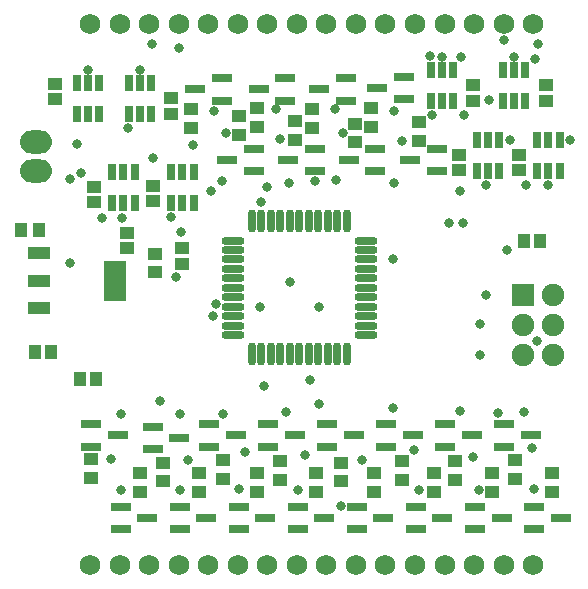
<source format=gts>
G04 Layer_Color=8388736*
%FSLAX25Y25*%
%MOIN*%
G70*
G01*
G75*
%ADD32R,0.04540X0.04147*%
%ADD33R,0.02965X0.05524*%
%ADD34R,0.04343X0.04737*%
%ADD35R,0.04737X0.04343*%
%ADD36O,0.02965X0.07690*%
%ADD37O,0.07690X0.02965*%
%ADD38R,0.07200X0.04300*%
%ADD39R,0.07200X0.13300*%
%ADD40R,0.06902X0.03162*%
%ADD41O,0.10642X0.07690*%
%ADD42C,0.07493*%
%ADD43R,0.07493X0.07493*%
%ADD44C,0.06800*%
%ADD45C,0.03162*%
D32*
X188583Y170669D02*
D03*
Y175787D02*
D03*
X164173Y170669D02*
D03*
Y175787D02*
D03*
X179527Y147441D02*
D03*
Y152559D02*
D03*
X159449Y147441D02*
D03*
Y152559D02*
D03*
X57480Y137205D02*
D03*
Y142323D02*
D03*
X37795Y136811D02*
D03*
Y141929D02*
D03*
X24803Y171063D02*
D03*
Y176181D02*
D03*
X63386Y166339D02*
D03*
Y171457D02*
D03*
D33*
X150197Y170472D02*
D03*
X153937D02*
D03*
X157677D02*
D03*
Y180709D02*
D03*
X153937D02*
D03*
X150197D02*
D03*
X174213Y170472D02*
D03*
X177953D02*
D03*
X181693D02*
D03*
Y180709D02*
D03*
X177953D02*
D03*
X174213D02*
D03*
X63583Y136614D02*
D03*
X67323D02*
D03*
X71063D02*
D03*
Y146850D02*
D03*
X67323D02*
D03*
X63583D02*
D03*
X32087Y166142D02*
D03*
X35827D02*
D03*
X39567D02*
D03*
Y176378D02*
D03*
X35827D02*
D03*
X32087D02*
D03*
X49409Y166142D02*
D03*
X53150D02*
D03*
X56890D02*
D03*
Y176378D02*
D03*
X53150D02*
D03*
X49409D02*
D03*
X43898Y136614D02*
D03*
X47638D02*
D03*
X51378D02*
D03*
Y146850D02*
D03*
X47638D02*
D03*
X43898D02*
D03*
X165551Y147244D02*
D03*
X169291D02*
D03*
X173031D02*
D03*
Y157480D02*
D03*
X169291D02*
D03*
X165551D02*
D03*
X185630Y147244D02*
D03*
X189370D02*
D03*
X193110D02*
D03*
Y157480D02*
D03*
X189370D02*
D03*
X185630D02*
D03*
D34*
X186516Y124016D02*
D03*
X181201D02*
D03*
X19685Y127559D02*
D03*
X13386D02*
D03*
X18209Y87008D02*
D03*
X23524D02*
D03*
X38484Y77953D02*
D03*
X33169D02*
D03*
D35*
X48819Y126673D02*
D03*
Y121358D02*
D03*
X86221Y165354D02*
D03*
Y159055D02*
D03*
X70079Y161417D02*
D03*
Y167717D02*
D03*
X58268Y113386D02*
D03*
Y119685D02*
D03*
X178347Y44488D02*
D03*
Y50787D02*
D03*
X190551Y46457D02*
D03*
Y40157D02*
D03*
X111811Y46457D02*
D03*
Y40157D02*
D03*
X100000Y44094D02*
D03*
Y50394D02*
D03*
X92126Y46457D02*
D03*
Y40157D02*
D03*
X80709Y44488D02*
D03*
Y50787D02*
D03*
X67323Y121555D02*
D03*
Y116240D02*
D03*
X146063Y163386D02*
D03*
Y157087D02*
D03*
X120079Y43701D02*
D03*
Y50000D02*
D03*
X130315Y161811D02*
D03*
Y168110D02*
D03*
X131102Y46457D02*
D03*
Y40157D02*
D03*
X124802Y162991D02*
D03*
Y156692D02*
D03*
X37008Y44882D02*
D03*
Y51181D02*
D03*
X140551Y44094D02*
D03*
Y50394D02*
D03*
X110630Y161417D02*
D03*
Y167717D02*
D03*
X53150Y46457D02*
D03*
Y40157D02*
D03*
X151181Y46457D02*
D03*
Y40157D02*
D03*
X104724Y163779D02*
D03*
Y157480D02*
D03*
X61024Y43701D02*
D03*
Y50000D02*
D03*
X158268Y44094D02*
D03*
Y50394D02*
D03*
X92126Y161811D02*
D03*
Y168110D02*
D03*
X72835Y46457D02*
D03*
Y40157D02*
D03*
X170472Y46457D02*
D03*
Y40157D02*
D03*
D36*
X122047Y86024D02*
D03*
X118898D02*
D03*
X115748D02*
D03*
X112598D02*
D03*
X109449D02*
D03*
X106299D02*
D03*
X103150D02*
D03*
X100000D02*
D03*
X96850D02*
D03*
X93701D02*
D03*
X90551D02*
D03*
Y130512D02*
D03*
X93701D02*
D03*
X96850D02*
D03*
X100000D02*
D03*
X103150D02*
D03*
X106299D02*
D03*
X109449D02*
D03*
X112598D02*
D03*
X115748D02*
D03*
X118898D02*
D03*
X122047D02*
D03*
D37*
X84055Y92520D02*
D03*
Y95669D02*
D03*
Y98819D02*
D03*
Y101969D02*
D03*
Y105118D02*
D03*
Y108268D02*
D03*
Y111417D02*
D03*
Y114567D02*
D03*
Y117717D02*
D03*
Y120866D02*
D03*
Y124016D02*
D03*
X128543D02*
D03*
Y120866D02*
D03*
Y117717D02*
D03*
Y114567D02*
D03*
Y111417D02*
D03*
Y108268D02*
D03*
Y105118D02*
D03*
Y101969D02*
D03*
Y98819D02*
D03*
Y95669D02*
D03*
Y92520D02*
D03*
D38*
X19683Y119730D02*
D03*
Y110630D02*
D03*
Y101530D02*
D03*
D39*
X44883Y110630D02*
D03*
D40*
X95965Y62795D02*
D03*
Y55315D02*
D03*
X104823Y59055D02*
D03*
X114665Y31496D02*
D03*
X105807Y27756D02*
D03*
Y35236D02*
D03*
X193405Y31496D02*
D03*
X184547Y27756D02*
D03*
Y35236D02*
D03*
X86122D02*
D03*
Y27756D02*
D03*
X94980Y31496D02*
D03*
X71555Y174409D02*
D03*
X80413Y178150D02*
D03*
Y170669D02*
D03*
X174705Y62795D02*
D03*
Y55315D02*
D03*
X183563Y59055D02*
D03*
X85138D02*
D03*
X76279Y55315D02*
D03*
Y62795D02*
D03*
X91043Y147047D02*
D03*
Y154527D02*
D03*
X82185Y150787D02*
D03*
X173721Y31496D02*
D03*
X164862Y27756D02*
D03*
Y35236D02*
D03*
X66437D02*
D03*
Y27756D02*
D03*
X75295Y31496D02*
D03*
X92815Y174409D02*
D03*
X101673Y178150D02*
D03*
Y170669D02*
D03*
X155020Y62795D02*
D03*
Y55315D02*
D03*
X163878Y59055D02*
D03*
X66240Y58268D02*
D03*
X57382Y54528D02*
D03*
Y62008D02*
D03*
X111516Y147047D02*
D03*
Y154527D02*
D03*
X102657Y150787D02*
D03*
X154035Y31496D02*
D03*
X145177Y27756D02*
D03*
Y35236D02*
D03*
X46752D02*
D03*
Y27756D02*
D03*
X55610Y31496D02*
D03*
X112894Y174409D02*
D03*
X121752Y178150D02*
D03*
Y170669D02*
D03*
X135335Y62795D02*
D03*
Y55315D02*
D03*
X144193Y59055D02*
D03*
X45768D02*
D03*
X36909Y55315D02*
D03*
Y62795D02*
D03*
X131595Y147047D02*
D03*
Y154527D02*
D03*
X122736Y150787D02*
D03*
X134350Y31496D02*
D03*
X125492Y27756D02*
D03*
Y35236D02*
D03*
X141043Y171063D02*
D03*
Y178543D02*
D03*
X132185Y174803D02*
D03*
X124508Y59055D02*
D03*
X115650Y55315D02*
D03*
Y62795D02*
D03*
X152067Y147047D02*
D03*
Y154527D02*
D03*
X143209Y150787D02*
D03*
D41*
X18504Y147047D02*
D03*
Y156890D02*
D03*
D42*
X190709Y85905D02*
D03*
X180709D02*
D03*
X190709Y95906D02*
D03*
X180709D02*
D03*
X190709Y105905D02*
D03*
D43*
X180709D02*
D03*
D44*
X36602Y15929D02*
D03*
X46445D02*
D03*
X56287D02*
D03*
X75972D02*
D03*
X66130D02*
D03*
X95657D02*
D03*
X85815D02*
D03*
X115342D02*
D03*
X105500D02*
D03*
X135028D02*
D03*
X125185D02*
D03*
X154713D02*
D03*
X144870D02*
D03*
X174398D02*
D03*
X164555D02*
D03*
X184240D02*
D03*
Y196047D02*
D03*
X164555D02*
D03*
X174398D02*
D03*
X144870D02*
D03*
X154713D02*
D03*
X125185D02*
D03*
X135028D02*
D03*
X105500D02*
D03*
X115342D02*
D03*
X85815D02*
D03*
X95657D02*
D03*
X66130D02*
D03*
X75972D02*
D03*
X56287D02*
D03*
X46445D02*
D03*
X36602D02*
D03*
D45*
X153937Y185039D02*
D03*
X160236D02*
D03*
X177953Y185071D02*
D03*
X185039Y184645D02*
D03*
X185827Y189370D02*
D03*
X196457Y157480D02*
D03*
X174409Y190945D02*
D03*
X176378Y157480D02*
D03*
X161268Y165748D02*
D03*
X189370Y142520D02*
D03*
X181890D02*
D03*
X159843Y140551D02*
D03*
X168504Y142520D02*
D03*
X150000Y185433D02*
D03*
X161024Y129921D02*
D03*
X156299D02*
D03*
X175591Y120866D02*
D03*
X169685Y170866D02*
D03*
X150394Y165748D02*
D03*
X77953Y167323D02*
D03*
X70866Y155905D02*
D03*
X57480Y151575D02*
D03*
X66142Y188189D02*
D03*
X57087Y189370D02*
D03*
X49213Y161417D02*
D03*
X80564Y143701D02*
D03*
X32087Y156102D02*
D03*
X35827Y180709D02*
D03*
X33464Y146456D02*
D03*
X76772Y140551D02*
D03*
X63386Y131890D02*
D03*
X95669Y141732D02*
D03*
X40551Y131496D02*
D03*
X93701Y137008D02*
D03*
X47244Y131496D02*
D03*
X66929Y126772D02*
D03*
X53150Y180709D02*
D03*
X109843Y77559D02*
D03*
X103150Y110236D02*
D03*
X65354Y111810D02*
D03*
X78569Y102756D02*
D03*
X93307Y101969D02*
D03*
X112992D02*
D03*
X137402Y117717D02*
D03*
X29921Y116535D02*
D03*
X77559Y98819D02*
D03*
X185512Y90551D02*
D03*
X29921Y144488D02*
D03*
X144488Y54331D02*
D03*
X146063Y40945D02*
D03*
X43701Y51181D02*
D03*
X46850Y40945D02*
D03*
X66535D02*
D03*
X86221Y41339D02*
D03*
X105905Y40945D02*
D03*
X184646Y41339D02*
D03*
X166142Y40945D02*
D03*
X81889Y159842D02*
D03*
X118110Y167717D02*
D03*
X140551Y157087D02*
D03*
X120865Y159842D02*
D03*
X100000Y157874D02*
D03*
X98425Y167717D02*
D03*
X183858Y54724D02*
D03*
X164173Y51968D02*
D03*
X120079Y35433D02*
D03*
X69291Y50787D02*
D03*
X88188Y53543D02*
D03*
X108268Y52362D02*
D03*
X127165Y50787D02*
D03*
X172441Y66535D02*
D03*
X166535Y96063D02*
D03*
X94488Y75590D02*
D03*
X166535Y85827D02*
D03*
X59842Y70472D02*
D03*
X168504Y105905D02*
D03*
X102756Y143307D02*
D03*
X111417Y143701D02*
D03*
X118504Y144095D02*
D03*
X137795Y143307D02*
D03*
Y167028D02*
D03*
X46850Y66142D02*
D03*
X66535D02*
D03*
X80709D02*
D03*
X101969Y66929D02*
D03*
X181102D02*
D03*
X159843Y67323D02*
D03*
X137402Y68110D02*
D03*
X112992Y69685D02*
D03*
M02*

</source>
